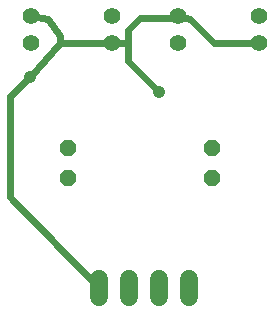
<source format=gbr>
G04 EAGLE Gerber X2 export*
%TF.Part,Single*%
%TF.FileFunction,Copper,L2,Bot,Mixed*%
%TF.FilePolarity,Positive*%
%TF.GenerationSoftware,Autodesk,EAGLE,8.6.3*%
%TF.CreationDate,2019-07-23T17:02:53Z*%
G75*
%MOMM*%
%FSLAX34Y34*%
%LPD*%
%AMOC8*
5,1,8,0,0,1.08239X$1,22.5*%
G01*
%ADD10P,1.429621X8X292.500000*%
%ADD11C,1.422400*%
%ADD12C,1.524000*%
%ADD13C,0.609600*%
%ADD14C,1.056400*%
%ADD15C,0.200000*%
%ADD16C,0.254000*%


D10*
X185140Y194700D03*
X185140Y169300D03*
X62760Y194700D03*
X62760Y169300D03*
D11*
X225000Y283140D03*
X225000Y306140D03*
X156000Y283140D03*
X156000Y306140D03*
X100540Y283140D03*
X100540Y306140D03*
X31540Y283140D03*
X31540Y306140D03*
D12*
X139700Y83820D02*
X139700Y68580D01*
X114300Y68580D02*
X114300Y83820D01*
X88900Y83820D02*
X88900Y68580D01*
X165100Y68580D02*
X165100Y83820D01*
D13*
X88900Y76200D02*
X14000Y153100D01*
D14*
X30540Y254540D03*
D13*
X56600Y283140D01*
X100540Y283140D01*
X114000Y268000D02*
X140000Y242000D01*
D14*
X140000Y242000D03*
D13*
X46400Y303600D02*
X31540Y306140D01*
X56600Y289400D02*
X56600Y283140D01*
X56600Y289400D02*
X46400Y303600D01*
X114000Y280000D02*
X114000Y268000D01*
X114000Y280000D02*
X114000Y294000D01*
X124000Y304000D01*
X155600Y304000D01*
D15*
X156000Y306140D01*
D13*
X166400Y303600D01*
X185347Y283982D01*
X30540Y254540D02*
X14000Y238000D01*
X14000Y153100D01*
X100540Y283140D02*
X113400Y283140D01*
D16*
X114000Y280000D01*
D13*
X186189Y283140D02*
X225000Y283140D01*
D16*
X186189Y283140D02*
X185347Y283982D01*
M02*

</source>
